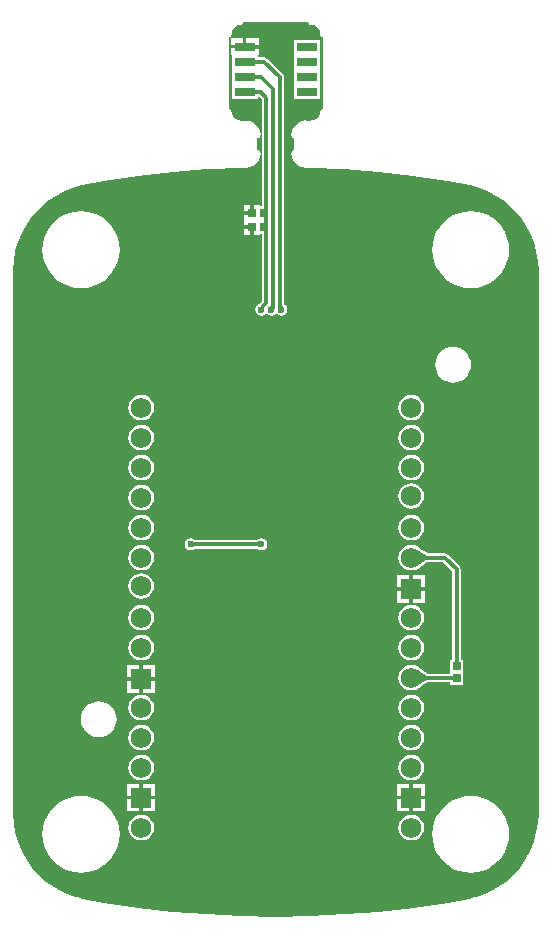
<source format=gtl>
G04*
G04 #@! TF.GenerationSoftware,Altium Limited,Altium Designer,19.0.10 (269)*
G04*
G04 Layer_Physical_Order=1*
G04 Layer_Color=255*
%FSLAX25Y25*%
%MOIN*%
G70*
G01*
G75*
%ADD10R,0.02835X0.02835*%
%ADD11R,0.02835X0.02835*%
%ADD12R,0.07087X0.03150*%
%ADD18C,0.01181*%
%ADD19C,0.06900*%
%ADD20R,0.06900X0.06900*%
%ADD21C,0.02362*%
G36*
X99430Y299212D02*
X99506Y298828D01*
X99724Y298503D01*
X100049Y298285D01*
X100433Y298209D01*
Y298203D01*
X101191Y298103D01*
X101897Y297811D01*
X102504Y297345D01*
X102969Y296739D01*
X103261Y296033D01*
X103361Y295275D01*
X103367D01*
X103443Y294891D01*
X103661Y294566D01*
X103986Y294348D01*
X104370Y294272D01*
Y270295D01*
X104370Y270295D01*
X103986Y270218D01*
X103661Y270001D01*
X103443Y269675D01*
X103367Y269291D01*
X103361D01*
X103261Y268534D01*
X102969Y267827D01*
X102503Y267221D01*
X101897Y266756D01*
X101191Y266463D01*
X100433Y266364D01*
Y266358D01*
X100049Y266282D01*
X99898Y266181D01*
X99549Y266103D01*
X99200Y266181D01*
X99049Y266282D01*
X98665Y266358D01*
Y266381D01*
X97381Y266212D01*
X96184Y265716D01*
X95156Y264927D01*
X94367Y263899D01*
X93871Y262702D01*
X93702Y261417D01*
X93725D01*
X93801Y261033D01*
X94019Y260708D01*
X94344Y260490D01*
X94728Y260414D01*
Y256594D01*
X94344Y256518D01*
X94018Y256300D01*
X93801Y255975D01*
X93725Y255591D01*
X93701D01*
X93871Y254306D01*
X94366Y253109D01*
X95155Y252081D01*
X96183Y251292D01*
X97380Y250796D01*
X98665Y250627D01*
Y250627D01*
X98686Y250648D01*
X99888Y250628D01*
X111429Y250061D01*
X122945Y249117D01*
X134424Y247797D01*
X145853Y246101D01*
X153130Y244777D01*
X153130Y244777D01*
X153130Y244777D01*
X153624Y244697D01*
X156582Y243845D01*
X159614Y242589D01*
X162486Y241002D01*
X165162Y239103D01*
X167609Y236916D01*
X169796Y234469D01*
X171695Y231793D01*
X173282Y228921D01*
X174538Y225889D01*
X175447Y222735D01*
X175996Y219500D01*
X176156Y216650D01*
X176156Y216650D01*
X176156D01*
X176162Y216645D01*
Y35136D01*
X176156Y35131D01*
X176156Y35131D01*
X176156Y35131D01*
X175996Y32280D01*
X175447Y29045D01*
X174538Y25892D01*
X173282Y22860D01*
X171695Y19988D01*
X169796Y17311D01*
X167609Y14864D01*
X165162Y12678D01*
X162486Y10779D01*
X159614Y9191D01*
X156582Y7936D01*
X153624Y7083D01*
X153130Y7004D01*
X153130Y7004D01*
X153130Y7004D01*
X145890Y5686D01*
X134502Y3997D01*
X123065Y2681D01*
X111592Y1740D01*
X100093Y1175D01*
X88583Y987D01*
X77072Y1175D01*
X65574Y1740D01*
X54100Y2681D01*
X42663Y3997D01*
X31275Y5686D01*
X24035Y7004D01*
X24035Y7004D01*
X24035Y7004D01*
X23541Y7083D01*
X20583Y7936D01*
X17552Y9191D01*
X14680Y10779D01*
X12003Y12678D01*
X9556Y14864D01*
X7369Y17311D01*
X5470Y19988D01*
X3883Y22860D01*
X2627Y25892D01*
X1719Y29045D01*
X1169Y32280D01*
X1009Y35131D01*
X1009Y35131D01*
X1009D01*
X1003Y35136D01*
Y216645D01*
X1009Y216650D01*
X1009Y216650D01*
X1009Y216650D01*
X1169Y219500D01*
X1719Y222735D01*
X2627Y225889D01*
X3883Y228921D01*
X5470Y231793D01*
X7369Y234469D01*
X9556Y236916D01*
X12003Y239103D01*
X14680Y241002D01*
X17552Y242589D01*
X20583Y243845D01*
X23541Y244697D01*
X24035Y244777D01*
X24035Y244777D01*
X24035Y244777D01*
X31312Y246101D01*
X42742Y247797D01*
X54220Y249117D01*
X65737Y250061D01*
X77277Y250628D01*
X78479Y250648D01*
X78500Y250627D01*
Y250627D01*
X79785Y250796D01*
X80982Y251292D01*
X82010Y252081D01*
X82799Y253109D01*
X83295Y254306D01*
X83464Y255591D01*
X83441D01*
X83364Y255975D01*
X83147Y256300D01*
X82821Y256518D01*
X82437Y256594D01*
Y260414D01*
X82821Y260490D01*
X83147Y260708D01*
X83364Y261033D01*
X83441Y261417D01*
X83464D01*
X83295Y262702D01*
X82799Y263899D01*
X82010Y264927D01*
X80982Y265716D01*
X79785Y266212D01*
X78500Y266381D01*
Y266358D01*
X78116Y266282D01*
X77965Y266181D01*
X77616Y266103D01*
X77267Y266181D01*
X77116Y266282D01*
X76732Y266358D01*
Y266364D01*
X75975Y266463D01*
X75268Y266756D01*
X74662Y267221D01*
X74197Y267827D01*
X73904Y268534D01*
X73804Y269291D01*
X73799D01*
X73722Y269675D01*
X73505Y270001D01*
X73179Y270218D01*
X72795Y270295D01*
X72795Y270295D01*
Y294272D01*
X73179Y294348D01*
X73505Y294566D01*
X73722Y294891D01*
X73798Y295275D01*
X73804D01*
X73904Y296033D01*
X74196Y296739D01*
X74662Y297345D01*
X75268Y297811D01*
X75974Y298103D01*
X76732Y298203D01*
Y298209D01*
X77116Y298285D01*
X77442Y298503D01*
X77659Y298828D01*
X77736Y299212D01*
X77736Y299213D01*
X99430D01*
X99430Y299212D01*
D02*
G37*
%LPC*%
G36*
X82913Y293721D02*
X78780D01*
Y291555D01*
X82913D01*
Y293721D01*
D02*
G37*
G36*
X77598D02*
X73465D01*
Y291555D01*
X77598D01*
Y293721D01*
D02*
G37*
G36*
X103307Y293327D02*
X94646D01*
Y288827D01*
X94646Y288465D01*
X94646Y288102D01*
Y283827D01*
X94646Y283465D01*
X94646Y283102D01*
Y278827D01*
X94646Y278465D01*
X94646Y278102D01*
Y273602D01*
X103307D01*
Y278102D01*
X103307Y278465D01*
X103307Y278827D01*
Y283102D01*
X103307Y283465D01*
X103307Y283827D01*
Y288102D01*
X103307Y288465D01*
X103307Y288827D01*
Y293327D01*
D02*
G37*
G36*
X82913Y290374D02*
X73465D01*
Y288209D01*
X73858D01*
Y283602D01*
X73858D01*
Y283327D01*
X73858D01*
Y278602D01*
X73858D01*
Y278327D01*
X73858D01*
Y273602D01*
X82520D01*
Y274249D01*
X83020Y274387D01*
X83993Y273414D01*
Y237732D01*
X83181D01*
Y238126D01*
X81173D01*
Y235528D01*
X80583D01*
Y234937D01*
X77984D01*
Y232929D01*
Y231366D01*
X80583D01*
Y230776D01*
X81173D01*
Y228177D01*
X83181D01*
Y228571D01*
X83993D01*
Y206110D01*
X83304Y205421D01*
X83139Y205174D01*
X82939Y205134D01*
X82288Y204699D01*
X81852Y204048D01*
X81700Y203279D01*
X81852Y202512D01*
X82288Y201860D01*
X82939Y201425D01*
X83707Y201273D01*
X84475Y201425D01*
X85072Y201824D01*
X85254Y201878D01*
X85522D01*
X85703Y201824D01*
X86301Y201425D01*
X87069Y201273D01*
X87837Y201425D01*
X88434Y201824D01*
X88616Y201878D01*
X88884D01*
X89065Y201824D01*
X89663Y201425D01*
X90431Y201273D01*
X91199Y201425D01*
X91850Y201860D01*
X92285Y202512D01*
X92438Y203279D01*
X92285Y204048D01*
X91850Y204699D01*
X91667Y204822D01*
X91641Y204852D01*
X91538Y204933D01*
X91466Y204997D01*
X91409Y205054D01*
X91367Y205103D01*
X91338Y205141D01*
X91326Y205162D01*
Y280799D01*
X91219Y281337D01*
X90915Y281793D01*
X85749Y286958D01*
X85294Y287263D01*
X84756Y287369D01*
X82520D01*
Y288209D01*
X82913D01*
Y290374D01*
D02*
G37*
G36*
X79992Y238126D02*
X77984D01*
Y236118D01*
X79992D01*
Y238126D01*
D02*
G37*
G36*
X79992Y230185D02*
X77984D01*
Y228177D01*
X79992D01*
Y230185D01*
D02*
G37*
G36*
X153543Y236166D02*
X151535Y236008D01*
X149577Y235538D01*
X147716Y234767D01*
X145999Y233715D01*
X144468Y232407D01*
X143160Y230875D01*
X142107Y229158D01*
X141337Y227297D01*
X140866Y225339D01*
X140708Y223331D01*
X140866Y221323D01*
X141337Y219365D01*
X142107Y217504D01*
X143160Y215787D01*
X144468Y214256D01*
X145999Y212948D01*
X147716Y211895D01*
X149577Y211125D01*
X151535Y210654D01*
X153543Y210496D01*
X155551Y210654D01*
X157510Y211125D01*
X159370Y211895D01*
X161087Y212948D01*
X162619Y214256D01*
X163927Y215787D01*
X164979Y217504D01*
X165750Y219365D01*
X166220Y221323D01*
X166378Y223331D01*
X166220Y225339D01*
X165750Y227297D01*
X164979Y229158D01*
X163927Y230875D01*
X162619Y232407D01*
X161087Y233715D01*
X159370Y234767D01*
X157510Y235538D01*
X155551Y236008D01*
X153543Y236166D01*
D02*
G37*
G36*
X23622Y236166D02*
X21614Y236008D01*
X19656Y235538D01*
X17795Y234767D01*
X16078Y233715D01*
X14546Y232407D01*
X13239Y230875D01*
X12186Y229158D01*
X11415Y227297D01*
X10945Y225339D01*
X10787Y223331D01*
X10945Y221323D01*
X11415Y219365D01*
X12186Y217504D01*
X13239Y215787D01*
X14546Y214256D01*
X16078Y212948D01*
X17795Y211895D01*
X19656Y211125D01*
X21614Y210654D01*
X23622Y210496D01*
X25630Y210654D01*
X27588Y211125D01*
X29449Y211895D01*
X31166Y212948D01*
X32698Y214256D01*
X34006Y215787D01*
X35058Y217504D01*
X35829Y219365D01*
X36299Y221323D01*
X36457Y223331D01*
X36299Y225339D01*
X35829Y227297D01*
X35058Y229158D01*
X34006Y230875D01*
X32698Y232407D01*
X31166Y233715D01*
X29449Y234767D01*
X27588Y235538D01*
X25630Y236008D01*
X23622Y236166D01*
D02*
G37*
G36*
X147638Y190879D02*
X146480Y190765D01*
X145367Y190428D01*
X144341Y189879D01*
X143442Y189141D01*
X142704Y188242D01*
X142155Y187216D01*
X141818Y186103D01*
X141704Y184945D01*
X141818Y183788D01*
X142155Y182675D01*
X142704Y181649D01*
X143442Y180749D01*
X144341Y180011D01*
X145367Y179463D01*
X146480Y179125D01*
X147638Y179011D01*
X148795Y179125D01*
X149909Y179463D01*
X150935Y180011D01*
X151834Y180749D01*
X152572Y181649D01*
X153120Y182675D01*
X153458Y183788D01*
X153572Y184945D01*
X153458Y186103D01*
X153120Y187216D01*
X152572Y188242D01*
X151834Y189141D01*
X150935Y189879D01*
X149909Y190428D01*
X148795Y190765D01*
X147638Y190879D01*
D02*
G37*
G36*
X133683Y174943D02*
X132577Y174798D01*
X131546Y174371D01*
X130660Y173691D01*
X129981Y172806D01*
X129554Y171775D01*
X129409Y170669D01*
X129554Y169563D01*
X129981Y168532D01*
X130660Y167647D01*
X131546Y166968D01*
X132577Y166541D01*
X133683Y166395D01*
X134789Y166541D01*
X135820Y166968D01*
X136705Y167647D01*
X137384Y168532D01*
X137811Y169563D01*
X137957Y170669D01*
X137811Y171775D01*
X137384Y172806D01*
X136705Y173691D01*
X135820Y174371D01*
X134789Y174798D01*
X133683Y174943D01*
D02*
G37*
G36*
X43683D02*
X42577Y174798D01*
X41546Y174371D01*
X40661Y173691D01*
X39981Y172806D01*
X39554Y171775D01*
X39409Y170669D01*
X39554Y169563D01*
X39981Y168532D01*
X40661Y167647D01*
X41546Y166968D01*
X42577Y166541D01*
X43683Y166395D01*
X44789Y166541D01*
X45820Y166968D01*
X46705Y167647D01*
X47384Y168532D01*
X47811Y169563D01*
X47957Y170669D01*
X47811Y171775D01*
X47384Y172806D01*
X46705Y173691D01*
X45820Y174371D01*
X44789Y174798D01*
X43683Y174943D01*
D02*
G37*
G36*
X133683Y164943D02*
X132577Y164798D01*
X131546Y164371D01*
X130660Y163691D01*
X129981Y162806D01*
X129554Y161776D01*
X129409Y160669D01*
X129554Y159563D01*
X129981Y158532D01*
X130660Y157647D01*
X131546Y156968D01*
X132577Y156541D01*
X133683Y156395D01*
X134789Y156541D01*
X135820Y156968D01*
X136705Y157647D01*
X137384Y158532D01*
X137811Y159563D01*
X137957Y160669D01*
X137811Y161776D01*
X137384Y162806D01*
X136705Y163691D01*
X135820Y164371D01*
X134789Y164798D01*
X133683Y164943D01*
D02*
G37*
G36*
X43683D02*
X42577Y164798D01*
X41546Y164371D01*
X40661Y163691D01*
X39981Y162806D01*
X39554Y161776D01*
X39409Y160669D01*
X39554Y159563D01*
X39981Y158532D01*
X40661Y157647D01*
X41546Y156968D01*
X42577Y156541D01*
X43683Y156395D01*
X44789Y156541D01*
X45820Y156968D01*
X46705Y157647D01*
X47384Y158532D01*
X47811Y159563D01*
X47957Y160669D01*
X47811Y161776D01*
X47384Y162806D01*
X46705Y163691D01*
X45820Y164371D01*
X44789Y164798D01*
X43683Y164943D01*
D02*
G37*
G36*
X133683Y154943D02*
X132577Y154798D01*
X131546Y154371D01*
X130660Y153691D01*
X129981Y152806D01*
X129554Y151776D01*
X129409Y150669D01*
X129554Y149563D01*
X129981Y148532D01*
X130660Y147647D01*
X131546Y146968D01*
X132577Y146541D01*
X133683Y146395D01*
X134789Y146541D01*
X135820Y146968D01*
X136705Y147647D01*
X137384Y148532D01*
X137811Y149563D01*
X137957Y150669D01*
X137811Y151776D01*
X137384Y152806D01*
X136705Y153691D01*
X135820Y154371D01*
X134789Y154798D01*
X133683Y154943D01*
D02*
G37*
G36*
X43683D02*
X42577Y154798D01*
X41546Y154371D01*
X40661Y153691D01*
X39981Y152806D01*
X39554Y151776D01*
X39409Y150669D01*
X39554Y149563D01*
X39981Y148532D01*
X40661Y147647D01*
X41546Y146968D01*
X42577Y146541D01*
X43683Y146395D01*
X44789Y146541D01*
X45820Y146968D01*
X46705Y147647D01*
X47384Y148532D01*
X47811Y149563D01*
X47957Y150669D01*
X47811Y151776D01*
X47384Y152806D01*
X46705Y153691D01*
X45820Y154371D01*
X44789Y154798D01*
X43683Y154943D01*
D02*
G37*
G36*
X133683Y145443D02*
X132577Y145298D01*
X131546Y144871D01*
X130660Y144191D01*
X129981Y143306D01*
X129554Y142276D01*
X129409Y141169D01*
X129554Y140063D01*
X129981Y139032D01*
X130660Y138147D01*
X131546Y137468D01*
X132577Y137041D01*
X133683Y136895D01*
X134789Y137041D01*
X135820Y137468D01*
X136705Y138147D01*
X137384Y139032D01*
X137811Y140063D01*
X137957Y141169D01*
X137811Y142276D01*
X137384Y143306D01*
X136705Y144191D01*
X135820Y144871D01*
X134789Y145298D01*
X133683Y145443D01*
D02*
G37*
G36*
X43683Y144943D02*
X42577Y144798D01*
X41546Y144371D01*
X40661Y143691D01*
X39981Y142806D01*
X39554Y141776D01*
X39409Y140669D01*
X39554Y139563D01*
X39981Y138532D01*
X40661Y137647D01*
X41546Y136968D01*
X42577Y136541D01*
X43683Y136395D01*
X44789Y136541D01*
X45820Y136968D01*
X46705Y137647D01*
X47384Y138532D01*
X47811Y139563D01*
X47957Y140669D01*
X47811Y141776D01*
X47384Y142806D01*
X46705Y143691D01*
X45820Y144371D01*
X44789Y144798D01*
X43683Y144943D01*
D02*
G37*
G36*
X83707Y127084D02*
X82939Y126931D01*
X82606Y126709D01*
X82534Y126677D01*
X82458Y126623D01*
X82402Y126588D01*
X82348Y126559D01*
X82296Y126535D01*
X82244Y126515D01*
X82192Y126499D01*
X82140Y126487D01*
X82111Y126482D01*
X61734D01*
X61704Y126487D01*
X61653Y126499D01*
X61601Y126515D01*
X61549Y126535D01*
X61496Y126559D01*
X61442Y126588D01*
X61386Y126623D01*
X61311Y126677D01*
X61238Y126709D01*
X60906Y126931D01*
X60138Y127084D01*
X59370Y126931D01*
X58719Y126496D01*
X58284Y125845D01*
X58131Y125077D01*
X58284Y124309D01*
X58719Y123658D01*
X59370Y123222D01*
X60138Y123070D01*
X60906Y123222D01*
X61238Y123445D01*
X61311Y123477D01*
X61386Y123530D01*
X61442Y123565D01*
X61496Y123594D01*
X61549Y123619D01*
X61601Y123639D01*
X61652Y123655D01*
X61704Y123667D01*
X61734Y123672D01*
X82111D01*
X82140Y123667D01*
X82192Y123655D01*
X82244Y123639D01*
X82296Y123619D01*
X82348Y123594D01*
X82402Y123565D01*
X82458Y123530D01*
X82534Y123477D01*
X82606Y123445D01*
X82939Y123222D01*
X83707Y123070D01*
X84475Y123222D01*
X85126Y123658D01*
X85561Y124309D01*
X85714Y125077D01*
X85561Y125845D01*
X85126Y126496D01*
X84475Y126931D01*
X83707Y127084D01*
D02*
G37*
G36*
X133683Y134943D02*
X132577Y134798D01*
X131546Y134371D01*
X130660Y133691D01*
X129981Y132806D01*
X129554Y131775D01*
X129409Y130669D01*
X129554Y129563D01*
X129981Y128532D01*
X130660Y127647D01*
X131546Y126968D01*
X132577Y126541D01*
X133683Y126395D01*
X134789Y126541D01*
X135820Y126968D01*
X136705Y127647D01*
X137384Y128532D01*
X137811Y129563D01*
X137957Y130669D01*
X137811Y131775D01*
X137384Y132806D01*
X136705Y133691D01*
X135820Y134371D01*
X134789Y134798D01*
X133683Y134943D01*
D02*
G37*
G36*
X43683D02*
X42577Y134798D01*
X41546Y134371D01*
X40661Y133691D01*
X39981Y132806D01*
X39554Y131775D01*
X39409Y130669D01*
X39554Y129563D01*
X39981Y128532D01*
X40661Y127647D01*
X41546Y126968D01*
X42577Y126541D01*
X43683Y126395D01*
X44789Y126541D01*
X45820Y126968D01*
X46705Y127647D01*
X47384Y128532D01*
X47811Y129563D01*
X47957Y130669D01*
X47811Y131775D01*
X47384Y132806D01*
X46705Y133691D01*
X45820Y134371D01*
X44789Y134798D01*
X43683Y134943D01*
D02*
G37*
G36*
Y124943D02*
X42577Y124798D01*
X41546Y124371D01*
X40661Y123691D01*
X39981Y122806D01*
X39554Y121775D01*
X39409Y120669D01*
X39554Y119563D01*
X39981Y118532D01*
X40661Y117647D01*
X41546Y116968D01*
X42577Y116541D01*
X43683Y116395D01*
X44789Y116541D01*
X45820Y116968D01*
X46705Y117647D01*
X47384Y118532D01*
X47811Y119563D01*
X47957Y120669D01*
X47811Y121775D01*
X47384Y122806D01*
X46705Y123691D01*
X45820Y124371D01*
X44789Y124798D01*
X43683Y124943D01*
D02*
G37*
G36*
X138314Y114800D02*
X134273D01*
Y110760D01*
X138314D01*
Y114800D01*
D02*
G37*
G36*
X133092D02*
X129052D01*
Y110760D01*
X133092D01*
Y114800D01*
D02*
G37*
G36*
X43683Y115443D02*
X42577Y115298D01*
X41546Y114871D01*
X40661Y114191D01*
X39981Y113306D01*
X39554Y112276D01*
X39409Y111169D01*
X39554Y110063D01*
X39981Y109032D01*
X40661Y108147D01*
X41546Y107468D01*
X42577Y107041D01*
X43683Y106895D01*
X44789Y107041D01*
X45820Y107468D01*
X46705Y108147D01*
X47384Y109032D01*
X47811Y110063D01*
X47957Y111169D01*
X47811Y112276D01*
X47384Y113306D01*
X46705Y114191D01*
X45820Y114871D01*
X44789Y115298D01*
X43683Y115443D01*
D02*
G37*
G36*
X138314Y109579D02*
X134273D01*
Y105538D01*
X138314D01*
Y109579D01*
D02*
G37*
G36*
X133092D02*
X129052D01*
Y105538D01*
X133092D01*
Y109579D01*
D02*
G37*
G36*
X133683Y104943D02*
X132577Y104798D01*
X131546Y104371D01*
X130660Y103691D01*
X129981Y102806D01*
X129554Y101776D01*
X129409Y100669D01*
X129554Y99563D01*
X129981Y98532D01*
X130660Y97647D01*
X131546Y96968D01*
X132577Y96541D01*
X133683Y96395D01*
X134789Y96541D01*
X135820Y96968D01*
X136705Y97647D01*
X137384Y98532D01*
X137811Y99563D01*
X137957Y100669D01*
X137811Y101776D01*
X137384Y102806D01*
X136705Y103691D01*
X135820Y104371D01*
X134789Y104798D01*
X133683Y104943D01*
D02*
G37*
G36*
X43683D02*
X42577Y104798D01*
X41546Y104371D01*
X40661Y103691D01*
X39981Y102806D01*
X39554Y101776D01*
X39409Y100669D01*
X39554Y99563D01*
X39981Y98532D01*
X40661Y97647D01*
X41546Y96968D01*
X42577Y96541D01*
X43683Y96395D01*
X44789Y96541D01*
X45820Y96968D01*
X46705Y97647D01*
X47384Y98532D01*
X47811Y99563D01*
X47957Y100669D01*
X47811Y101776D01*
X47384Y102806D01*
X46705Y103691D01*
X45820Y104371D01*
X44789Y104798D01*
X43683Y104943D01*
D02*
G37*
G36*
X133683Y94943D02*
X132577Y94798D01*
X131546Y94371D01*
X130660Y93691D01*
X129981Y92806D01*
X129554Y91776D01*
X129409Y90669D01*
X129554Y89563D01*
X129981Y88532D01*
X130660Y87647D01*
X131546Y86968D01*
X132577Y86541D01*
X133683Y86395D01*
X134789Y86541D01*
X135820Y86968D01*
X136705Y87647D01*
X137384Y88532D01*
X137811Y89563D01*
X137957Y90669D01*
X137811Y91776D01*
X137384Y92806D01*
X136705Y93691D01*
X135820Y94371D01*
X134789Y94798D01*
X133683Y94943D01*
D02*
G37*
G36*
X43683D02*
X42577Y94798D01*
X41546Y94371D01*
X40661Y93691D01*
X39981Y92806D01*
X39554Y91776D01*
X39409Y90669D01*
X39554Y89563D01*
X39981Y88532D01*
X40661Y87647D01*
X41546Y86968D01*
X42577Y86541D01*
X43683Y86395D01*
X44789Y86541D01*
X45820Y86968D01*
X46705Y87647D01*
X47384Y88532D01*
X47811Y89563D01*
X47957Y90669D01*
X47811Y91776D01*
X47384Y92806D01*
X46705Y93691D01*
X45820Y94371D01*
X44789Y94798D01*
X43683Y94943D01*
D02*
G37*
G36*
X133683Y124943D02*
X132577Y124798D01*
X131546Y124371D01*
X130660Y123691D01*
X129981Y122806D01*
X129554Y121775D01*
X129409Y120669D01*
X129554Y119563D01*
X129981Y118532D01*
X130660Y117647D01*
X131546Y116968D01*
X132577Y116541D01*
X133683Y116395D01*
X134789Y116541D01*
X135820Y116968D01*
X136163Y117232D01*
X136223Y117259D01*
X138134Y118633D01*
X138777Y119044D01*
X139006Y119173D01*
X139171Y119254D01*
X139199Y119264D01*
X144308D01*
X147418Y116154D01*
Y86583D01*
X146618D01*
Y81960D01*
X139237D01*
X136832Y83608D01*
X136303Y84019D01*
X136232Y84055D01*
X135820Y84371D01*
X134789Y84798D01*
X133683Y84943D01*
X132577Y84798D01*
X131546Y84371D01*
X130660Y83691D01*
X129981Y82806D01*
X129554Y81775D01*
X129409Y80669D01*
X129554Y79563D01*
X129981Y78532D01*
X130660Y77647D01*
X131546Y76968D01*
X132577Y76541D01*
X133683Y76395D01*
X134789Y76541D01*
X135820Y76968D01*
X136105Y77187D01*
X136152Y77207D01*
X138083Y78536D01*
X138732Y78933D01*
X138965Y79059D01*
X139133Y79138D01*
X139168Y79150D01*
X146618D01*
Y78236D01*
X151028D01*
Y82173D01*
Y86583D01*
X150228D01*
Y116736D01*
X150121Y117274D01*
X149816Y117730D01*
X145883Y121663D01*
X145427Y121967D01*
X144890Y122074D01*
X139207D01*
X136768Y123674D01*
X136234Y124072D01*
X136168Y124103D01*
X135820Y124371D01*
X134789Y124798D01*
X133683Y124943D01*
D02*
G37*
G36*
X48314Y84800D02*
X44273D01*
Y80760D01*
X48314D01*
Y84800D01*
D02*
G37*
G36*
X43092D02*
X39052D01*
Y80760D01*
X43092D01*
Y84800D01*
D02*
G37*
G36*
X48314Y79579D02*
X44273D01*
Y75538D01*
X48314D01*
Y79579D01*
D02*
G37*
G36*
X43092D02*
X39052D01*
Y75538D01*
X43092D01*
Y79579D01*
D02*
G37*
G36*
X133683Y74943D02*
X132577Y74798D01*
X131546Y74371D01*
X130660Y73691D01*
X129981Y72806D01*
X129554Y71776D01*
X129409Y70669D01*
X129554Y69563D01*
X129981Y68532D01*
X130660Y67647D01*
X131546Y66968D01*
X132577Y66541D01*
X133683Y66395D01*
X134789Y66541D01*
X135820Y66968D01*
X136705Y67647D01*
X137384Y68532D01*
X137811Y69563D01*
X137957Y70669D01*
X137811Y71776D01*
X137384Y72806D01*
X136705Y73691D01*
X135820Y74371D01*
X134789Y74798D01*
X133683Y74943D01*
D02*
G37*
G36*
X43683D02*
X42577Y74798D01*
X41546Y74371D01*
X40661Y73691D01*
X39981Y72806D01*
X39554Y71776D01*
X39409Y70669D01*
X39554Y69563D01*
X39981Y68532D01*
X40661Y67647D01*
X41546Y66968D01*
X42577Y66541D01*
X43683Y66395D01*
X44789Y66541D01*
X45820Y66968D01*
X46705Y67647D01*
X47384Y68532D01*
X47811Y69563D01*
X47957Y70669D01*
X47811Y71776D01*
X47384Y72806D01*
X46705Y73691D01*
X45820Y74371D01*
X44789Y74798D01*
X43683Y74943D01*
D02*
G37*
G36*
X29528Y72769D02*
X28370Y72655D01*
X27257Y72317D01*
X26231Y71769D01*
X25332Y71031D01*
X24593Y70132D01*
X24045Y69106D01*
X23708Y67993D01*
X23594Y66835D01*
X23708Y65677D01*
X24045Y64564D01*
X24593Y63538D01*
X25332Y62639D01*
X26231Y61901D01*
X27257Y61353D01*
X28370Y61015D01*
X29528Y60901D01*
X30685Y61015D01*
X31798Y61353D01*
X32824Y61901D01*
X33724Y62639D01*
X34462Y63538D01*
X35010Y64564D01*
X35348Y65677D01*
X35462Y66835D01*
X35348Y67993D01*
X35010Y69106D01*
X34462Y70132D01*
X33724Y71031D01*
X32824Y71769D01*
X31798Y72317D01*
X30685Y72655D01*
X29528Y72769D01*
D02*
G37*
G36*
X133683Y64943D02*
X132577Y64798D01*
X131546Y64371D01*
X130660Y63691D01*
X129981Y62806D01*
X129554Y61775D01*
X129409Y60669D01*
X129554Y59563D01*
X129981Y58532D01*
X130660Y57647D01*
X131546Y56968D01*
X132577Y56541D01*
X133683Y56395D01*
X134789Y56541D01*
X135820Y56968D01*
X136705Y57647D01*
X137384Y58532D01*
X137811Y59563D01*
X137957Y60669D01*
X137811Y61775D01*
X137384Y62806D01*
X136705Y63691D01*
X135820Y64371D01*
X134789Y64798D01*
X133683Y64943D01*
D02*
G37*
G36*
X43683D02*
X42577Y64798D01*
X41546Y64371D01*
X40661Y63691D01*
X39981Y62806D01*
X39554Y61775D01*
X39409Y60669D01*
X39554Y59563D01*
X39981Y58532D01*
X40661Y57647D01*
X41546Y56968D01*
X42577Y56541D01*
X43683Y56395D01*
X44789Y56541D01*
X45820Y56968D01*
X46705Y57647D01*
X47384Y58532D01*
X47811Y59563D01*
X47957Y60669D01*
X47811Y61775D01*
X47384Y62806D01*
X46705Y63691D01*
X45820Y64371D01*
X44789Y64798D01*
X43683Y64943D01*
D02*
G37*
G36*
X133683Y54943D02*
X132577Y54798D01*
X131546Y54371D01*
X130660Y53691D01*
X129981Y52806D01*
X129554Y51775D01*
X129409Y50669D01*
X129554Y49563D01*
X129981Y48532D01*
X130660Y47647D01*
X131546Y46968D01*
X132577Y46541D01*
X133683Y46395D01*
X134789Y46541D01*
X135820Y46968D01*
X136705Y47647D01*
X137384Y48532D01*
X137811Y49563D01*
X137957Y50669D01*
X137811Y51775D01*
X137384Y52806D01*
X136705Y53691D01*
X135820Y54371D01*
X134789Y54798D01*
X133683Y54943D01*
D02*
G37*
G36*
X43683D02*
X42577Y54798D01*
X41546Y54371D01*
X40661Y53691D01*
X39981Y52806D01*
X39554Y51775D01*
X39409Y50669D01*
X39554Y49563D01*
X39981Y48532D01*
X40661Y47647D01*
X41546Y46968D01*
X42577Y46541D01*
X43683Y46395D01*
X44789Y46541D01*
X45820Y46968D01*
X46705Y47647D01*
X47384Y48532D01*
X47811Y49563D01*
X47957Y50669D01*
X47811Y51775D01*
X47384Y52806D01*
X46705Y53691D01*
X45820Y54371D01*
X44789Y54798D01*
X43683Y54943D01*
D02*
G37*
G36*
X138314Y45300D02*
X134273D01*
Y41260D01*
X138314D01*
Y45300D01*
D02*
G37*
G36*
X48314D02*
X44273D01*
Y41260D01*
X48314D01*
Y45300D01*
D02*
G37*
G36*
X133092D02*
X129052D01*
Y41260D01*
X133092D01*
Y45300D01*
D02*
G37*
G36*
X43092D02*
X39052D01*
Y41260D01*
X43092D01*
Y45300D01*
D02*
G37*
G36*
X138314Y40079D02*
X134273D01*
Y36038D01*
X138314D01*
Y40079D01*
D02*
G37*
G36*
X133092D02*
X129052D01*
Y36038D01*
X133092D01*
Y40079D01*
D02*
G37*
G36*
X48314D02*
X44273D01*
Y36038D01*
X48314D01*
Y40079D01*
D02*
G37*
G36*
X43092D02*
X39052D01*
Y36038D01*
X43092D01*
Y40079D01*
D02*
G37*
G36*
X133683Y34943D02*
X132577Y34798D01*
X131546Y34371D01*
X130660Y33691D01*
X129981Y32806D01*
X129554Y31776D01*
X129409Y30669D01*
X129554Y29563D01*
X129981Y28532D01*
X130660Y27647D01*
X131546Y26968D01*
X132577Y26541D01*
X133683Y26395D01*
X134789Y26541D01*
X135820Y26968D01*
X136705Y27647D01*
X137384Y28532D01*
X137811Y29563D01*
X137957Y30669D01*
X137811Y31776D01*
X137384Y32806D01*
X136705Y33691D01*
X135820Y34371D01*
X134789Y34798D01*
X133683Y34943D01*
D02*
G37*
G36*
X43683D02*
X42577Y34798D01*
X41546Y34371D01*
X40661Y33691D01*
X39981Y32806D01*
X39554Y31776D01*
X39409Y30669D01*
X39554Y29563D01*
X39981Y28532D01*
X40661Y27647D01*
X41546Y26968D01*
X42577Y26541D01*
X43683Y26395D01*
X44789Y26541D01*
X45820Y26968D01*
X46705Y27647D01*
X47384Y28532D01*
X47811Y29563D01*
X47957Y30669D01*
X47811Y31776D01*
X47384Y32806D01*
X46705Y33691D01*
X45820Y34371D01*
X44789Y34798D01*
X43683Y34943D01*
D02*
G37*
G36*
X153543Y41284D02*
X151535Y41126D01*
X149577Y40656D01*
X147716Y39885D01*
X145999Y38833D01*
X144468Y37525D01*
X143160Y35993D01*
X142107Y34276D01*
X141337Y32416D01*
X140866Y30457D01*
X140708Y28449D01*
X140866Y26441D01*
X141337Y24483D01*
X142107Y22623D01*
X143160Y20905D01*
X144468Y19374D01*
X145999Y18066D01*
X147716Y17013D01*
X149577Y16243D01*
X151535Y15773D01*
X153543Y15615D01*
X155551Y15773D01*
X157510Y16243D01*
X159370Y17013D01*
X161087Y18066D01*
X162619Y19374D01*
X163927Y20905D01*
X164979Y22623D01*
X165750Y24483D01*
X166220Y26441D01*
X166378Y28449D01*
X166220Y30457D01*
X165750Y32416D01*
X164979Y34276D01*
X163927Y35993D01*
X162619Y37525D01*
X161087Y38833D01*
X159370Y39885D01*
X157510Y40656D01*
X155551Y41126D01*
X153543Y41284D01*
D02*
G37*
G36*
X23622D02*
X21614Y41126D01*
X19656Y40656D01*
X17795Y39885D01*
X16078Y38833D01*
X14546Y37525D01*
X13239Y35993D01*
X12186Y34276D01*
X11415Y32416D01*
X10945Y30457D01*
X10787Y28449D01*
X10945Y26441D01*
X11415Y24483D01*
X12186Y22623D01*
X13239Y20905D01*
X14546Y19374D01*
X16078Y18066D01*
X17795Y17013D01*
X19656Y16243D01*
X21614Y15773D01*
X23622Y15615D01*
X25630Y15773D01*
X27588Y16243D01*
X29449Y17013D01*
X31166Y18066D01*
X32698Y19374D01*
X34006Y20905D01*
X35058Y22623D01*
X35829Y24483D01*
X36299Y26441D01*
X36457Y28449D01*
X36299Y30457D01*
X35829Y32416D01*
X35058Y34276D01*
X34006Y35993D01*
X32698Y37525D01*
X31166Y38833D01*
X29449Y39885D01*
X27588Y40656D01*
X25630Y41126D01*
X23622Y41284D01*
D02*
G37*
%LPD*%
G36*
X90518Y205073D02*
X90537Y204979D01*
X90569Y204885D01*
X90613Y204790D01*
X90669Y204696D01*
X90739Y204602D01*
X90821Y204507D01*
X90915Y204413D01*
X91022Y204318D01*
X91142Y204223D01*
X89328Y203701D01*
X89331Y205054D01*
X90512Y205167D01*
X90518Y205073D01*
D02*
G37*
G36*
X88250Y205011D02*
X88191Y203647D01*
X86406Y204257D01*
X86532Y204347D01*
X86645Y204437D01*
X86744Y204528D01*
X86830Y204619D01*
X86903Y204710D01*
X86963Y204801D01*
X87009Y204893D01*
X87042Y204985D01*
X87062Y205077D01*
X87069Y205169D01*
X88250Y205011D01*
D02*
G37*
G36*
X82998Y124132D02*
X82902Y124200D01*
X82806Y124260D01*
X82708Y124313D01*
X82608Y124359D01*
X82506Y124398D01*
X82403Y124430D01*
X82299Y124454D01*
X82192Y124472D01*
X82085Y124483D01*
X81975Y124486D01*
Y125667D01*
X82085Y125671D01*
X82192Y125681D01*
X82299Y125699D01*
X82403Y125724D01*
X82506Y125756D01*
X82608Y125795D01*
X82708Y125841D01*
X82806Y125894D01*
X82902Y125954D01*
X82998Y126021D01*
Y124132D01*
D02*
G37*
G36*
X60942Y125954D02*
X61039Y125894D01*
X61137Y125841D01*
X61237Y125795D01*
X61338Y125756D01*
X61441Y125724D01*
X61546Y125699D01*
X61652Y125681D01*
X61760Y125671D01*
X61869Y125667D01*
Y124486D01*
X61760Y124483D01*
X61652Y124472D01*
X61546Y124454D01*
X61441Y124430D01*
X61338Y124398D01*
X61237Y124359D01*
X61137Y124313D01*
X61039Y124260D01*
X60942Y124200D01*
X60847Y124132D01*
Y126021D01*
X60942Y125954D01*
D02*
G37*
G36*
X136308Y123016D02*
X138853Y121347D01*
X139026Y121282D01*
X139152Y121260D01*
Y120079D01*
X139026Y120057D01*
X138853Y119992D01*
X138632Y119884D01*
X138363Y119732D01*
X137684Y119298D01*
X135754Y117911D01*
Y123428D01*
X136308Y123016D01*
D02*
G37*
G36*
X136359Y82959D02*
X138874Y81235D01*
X139046Y81168D01*
X139170Y81146D01*
X139130Y79965D01*
X139002Y79944D01*
X138827Y79881D01*
X138603Y79776D01*
X138332Y79629D01*
X137645Y79210D01*
X135697Y77868D01*
X135811Y83385D01*
X136359Y82959D01*
D02*
G37*
D10*
X84520Y230776D02*
D03*
X80583D02*
D03*
X84520Y235528D02*
D03*
X80583D02*
D03*
D11*
X148823Y80441D02*
D03*
Y84378D02*
D03*
D12*
X98976Y290965D02*
D03*
Y285965D02*
D03*
Y280965D02*
D03*
Y275965D02*
D03*
X78189D02*
D03*
Y280965D02*
D03*
Y285965D02*
D03*
Y290965D02*
D03*
D18*
X133683Y120669D02*
X144890D01*
X148823Y116736D01*
Y84378D02*
Y116736D01*
X85398Y205528D02*
Y273996D01*
X60138Y125077D02*
X83707D01*
X148709Y80555D02*
X148823Y80441D01*
X133797Y80555D02*
X148709D01*
X133683Y80669D02*
X133797Y80555D01*
X84297Y204428D02*
X85398Y205528D01*
X92102D02*
X93203Y204428D01*
Y204190D02*
Y204428D01*
Y204190D02*
X93793Y203599D01*
Y203279D02*
Y203599D01*
X92102Y205528D02*
Y284020D01*
X85158Y290965D02*
X92102Y284020D01*
X78189Y290965D02*
X85158D01*
X78189Y285965D02*
X84756D01*
X89921Y203789D02*
Y280799D01*
X84756Y285965D02*
X89921Y280799D01*
X83504Y275890D02*
X85398Y273996D01*
X78264Y275890D02*
X83504D01*
X78189Y275965D02*
X78264Y275890D01*
X87740Y213941D02*
Y276965D01*
X78189Y280965D02*
X83740D01*
X87740Y276965D01*
X87660Y203870D02*
Y213860D01*
X87740Y213941D01*
X87069Y203279D02*
X87660Y203870D01*
X89921Y203789D02*
X90431Y203279D01*
D19*
X43683Y30669D02*
D03*
Y70669D02*
D03*
Y60669D02*
D03*
Y50669D02*
D03*
Y90669D02*
D03*
Y100669D02*
D03*
Y111169D02*
D03*
Y170669D02*
D03*
Y160669D02*
D03*
Y150669D02*
D03*
Y140669D02*
D03*
Y130669D02*
D03*
Y120669D02*
D03*
X133683Y30669D02*
D03*
Y70669D02*
D03*
Y60669D02*
D03*
Y50669D02*
D03*
Y80669D02*
D03*
Y90669D02*
D03*
Y100669D02*
D03*
Y170669D02*
D03*
Y160669D02*
D03*
Y150669D02*
D03*
Y141169D02*
D03*
Y130669D02*
D03*
Y120669D02*
D03*
D20*
X43683Y40669D02*
D03*
Y80169D02*
D03*
X133683Y40669D02*
D03*
Y110169D02*
D03*
D21*
X165488Y233756D02*
D03*
Y194386D02*
D03*
X155646Y174701D02*
D03*
X165488Y155016D02*
D03*
X155646Y135331D02*
D03*
X165488Y115646D02*
D03*
X155646Y95961D02*
D03*
X165488Y76276D02*
D03*
X155646Y56591D02*
D03*
X165488Y36906D02*
D03*
X135961Y214071D02*
D03*
X145803Y194386D02*
D03*
Y155016D02*
D03*
Y115646D02*
D03*
Y76276D02*
D03*
X135961Y17221D02*
D03*
X126118Y233756D02*
D03*
X116276Y214071D02*
D03*
X126118Y194386D02*
D03*
X116276Y174701D02*
D03*
X126118Y155016D02*
D03*
X116276Y135331D02*
D03*
X126118Y115646D02*
D03*
X116276Y95961D02*
D03*
X126118Y76276D02*
D03*
X116276Y56591D02*
D03*
X126118Y36906D02*
D03*
X116276Y17221D02*
D03*
X106433Y233756D02*
D03*
X96591Y214071D02*
D03*
X106433Y194386D02*
D03*
X96591Y174701D02*
D03*
X106433Y155016D02*
D03*
X96591Y135331D02*
D03*
X106433Y115646D02*
D03*
X96591Y95961D02*
D03*
X106433Y76276D02*
D03*
X96591Y56591D02*
D03*
X106433Y36906D02*
D03*
X96591Y17221D02*
D03*
X76906Y214071D02*
D03*
X86748Y194386D02*
D03*
Y155016D02*
D03*
Y115646D02*
D03*
Y76276D02*
D03*
X76906Y56591D02*
D03*
X86748Y36906D02*
D03*
X76906Y17221D02*
D03*
X67063Y233756D02*
D03*
X57221Y214071D02*
D03*
X67063Y194386D02*
D03*
X57221Y174701D02*
D03*
X67063Y155016D02*
D03*
X57221Y135331D02*
D03*
X67063Y115646D02*
D03*
X57221Y95961D02*
D03*
X67063Y76276D02*
D03*
X57221Y56591D02*
D03*
X67063Y36906D02*
D03*
X57221Y17221D02*
D03*
X47378Y233756D02*
D03*
X37535Y214071D02*
D03*
X47378Y194386D02*
D03*
X37535Y174701D02*
D03*
X47378Y155016D02*
D03*
X37535Y135331D02*
D03*
X47378Y115646D02*
D03*
X37535Y95961D02*
D03*
Y56591D02*
D03*
Y17221D02*
D03*
X27693Y194386D02*
D03*
X17850Y174701D02*
D03*
X27693Y155016D02*
D03*
X17850Y135331D02*
D03*
X27693Y115646D02*
D03*
X17850Y95961D02*
D03*
X27693Y76276D02*
D03*
X17850Y56591D02*
D03*
X60138Y125077D02*
D03*
X83707D02*
D03*
X93793Y203279D02*
D03*
X90431D02*
D03*
X83707D02*
D03*
X87069D02*
D03*
M02*

</source>
